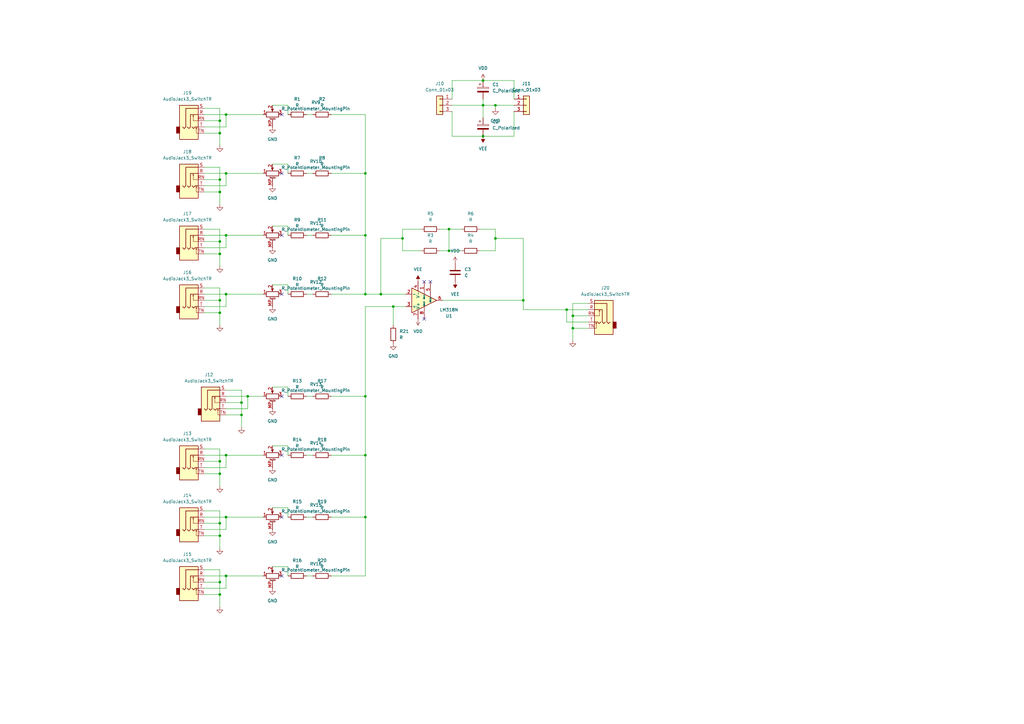
<source format=kicad_sch>
(kicad_sch (version 20250114) (generator "eeschema") (generator_version "9.0")
  (paper "A3")
  (lib_symbols
    (symbol "Amplifier_Operational:LM318N" (pin_names (offset 0.127))
      (property "Reference" "U" (at 3.81 3.81 0))
      (property "Value" "LM318N" (at 3.81 -3.81 0))
      (symbol "LM318N_0_1"
        (polyline (pts (xy 5.08 0) (xy -5.08 5.08) (xy -5.08 -5.08) (xy 5.08 0)) (stroke (width 0.254)) (fill (type background)))
      )
      (symbol "LM318N_1_1"
        (pin input line (at -7.62 2.54 0) (length 2.54) (name "+") (number "3"))
        (pin input line (at -7.62 -2.54 0) (length 2.54) (name "-") (number "2"))
        (pin power_in line (at -2.54 7.62 270) (length 3.81) (name "V+") (number "7"))
        (pin power_in line (at -2.54 -7.62 90) (length 3.81) (name "V-") (number "4"))
        (pin passive line (at 0 7.62 270) (length 5.08) (name "BAL2") (number "8"))
        (pin passive line (at 0 -7.62 90) (length 5.08) (name "BAL1") (number "1"))
        (pin passive line (at 2.54 -7.62 90) (length 6.35) (name "BAL3") (number "5"))
        (pin output line (at 7.62 0 180) (length 2.54) (name "~") (number "6"))
      )
    )
    (symbol "Connector_Audio:AudioJack3_SwitchTR"
      (property "Reference" "J" (at 0 8.89 0))
      (property "Value" "AudioJack3_SwitchTR" (at 0 6.35 0))
      (symbol "AudioJack3_SwitchTR_0_1"
        (rectangle (start -5.08 -5.08) (end -6.35 -7.62) (stroke (width 0.254)) (fill (type outline)))
        (polyline (pts (xy -1.905 -5.08) (xy -1.27 -5.715) (xy -0.635 -5.08) (xy -0.635 0) (xy 2.54 0)) (stroke (width 0.254)))
        (polyline (pts (xy 0 -5.08) (xy 0.635 -5.715) (xy 1.27 -5.08) (xy 2.54 -5.08)) (stroke (width 0.254)))
        (polyline (pts (xy 0.508 -0.254) (xy 0.762 -0.762)))
        (polyline (pts (xy 1.778 -5.334) (xy 2.032 -5.842)))
        (rectangle (start 2.54 3.81) (end -5.08 -10.16) (stroke (width 0.254)) (fill (type background)))
        (polyline (pts (xy 2.54 2.54) (xy -2.54 2.54) (xy -2.54 -5.08) (xy -3.175 -5.715) (xy -3.81 -5.08)) (stroke (width 0.254)))
        (polyline (pts (xy 2.54 -2.54) (xy 0.508 -2.54) (xy 0.508 -0.254) (xy 0.254 -0.762)))
        (polyline (pts (xy 2.54 -7.62) (xy 1.778 -7.62) (xy 1.778 -5.334) (xy 1.524 -5.842)))
      )
      (symbol "AudioJack3_SwitchTR_1_1"
        (pin passive line (at 5.08 2.54 180) (length 2.54) (name "~") (number "S"))
        (pin passive line (at 5.08 0 180) (length 2.54) (name "~") (number "R"))
        (pin passive line (at 5.08 -2.54 180) (length 2.54) (name "~") (number "RN"))
        (pin passive line (at 5.08 -5.08 180) (length 2.54) (name "~") (number "T"))
        (pin passive line (at 5.08 -7.62 180) (length 2.54) (name "~") (number "TN"))
      )
    )
    (symbol "Connector_Generic:Conn_01x03" (pin_names (offset 1.016) (hide yes))
      (property "Reference" "J" (at 0 5.08 0))
      (property "Value" "Conn_01x03" (at 0 -5.08 0))
      (symbol "Conn_01x03_1_1"
        (rectangle (start -1.27 3.81) (end 1.27 -3.81) (stroke (width 0.254)) (fill (type background)))
        (rectangle (start -1.27 2.667) (end 0 2.413) (stroke (width 0.1524)))
        (rectangle (start -1.27 0.127) (end 0 -0.127) (stroke (width 0.1524)))
        (rectangle (start -1.27 -2.413) (end 0 -2.667) (stroke (width 0.1524)))
        (pin passive line (at -5.08 2.54 0) (length 3.81) (name "Pin_1") (number "1"))
        (pin passive line (at -5.08 0 0) (length 3.81) (name "Pin_2") (number "2"))
        (pin passive line (at -5.08 -2.54 0) (length 3.81) (name "Pin_3") (number "3"))
      )
    )
    (symbol "Device:C" (pin_numbers (hide yes)) (pin_names (offset 0.254))
      (property "Reference" "C" (at 0.635 2.54 0))
      (property "Value" "C" (at 0.635 -2.54 0))
      (symbol "C_0_1"
        (polyline (pts (xy -2.032 0.762) (xy 2.032 0.762)) (stroke (width 0.508)))
        (polyline (pts (xy -2.032 -0.762) (xy 2.032 -0.762)) (stroke (width 0.508)))
      )
      (symbol "C_1_1"
        (pin passive line (at 0 3.81 270) (length 2.794) (name "~") (number "1"))
        (pin passive line (at 0 -3.81 90) (length 2.794) (name "~") (number "2"))
      )
    )
    (symbol "Device:C_Polarized" (pin_numbers (hide yes)) (pin_names (offset 0.254))
      (property "Reference" "C" (at 0.635 2.54 0))
      (property "Value" "C_Polarized" (at 0.635 -2.54 0))
      (symbol "C_Polarized_0_1"
        (rectangle (start -2.286 0.508) (end 2.286 1.016))
        (polyline (pts (xy -1.778 2.286) (xy -0.762 2.286)))
        (polyline (pts (xy -1.27 2.794) (xy -1.27 1.778)))
        (rectangle (start 2.286 -0.508) (end -2.286 -1.016) (fill (type outline)))
      )
      (symbol "C_Polarized_1_1"
        (pin passive line (at 0 3.81 270) (length 2.794) (name "~") (number "1"))
        (pin passive line (at 0 -3.81 90) (length 2.794) (name "~") (number "2"))
      )
    )
    (symbol "Device:R" (pin_numbers (hide yes)) (pin_names (offset 0))
      (property "Reference" "R" (at 2.032 0 90))
      (property "Value" "R" (at 0 0 90))
      (symbol "R_0_1"
        (rectangle (start -1.016 -2.54) (end 1.016 2.54) (stroke (width 0.254)))
      )
      (symbol "R_1_1"
        (pin passive line (at 0 3.81 270) (length 1.27) (name "~") (number "1"))
        (pin passive line (at 0 -3.81 90) (length 1.27) (name "~") (number "2"))
      )
    )
    (symbol "Device:R_Potentiometer_MountingPin" (pin_names (offset 1.016) (hide yes))
      (property "Reference" "RV" (at -8.255 0 90))
      (property "Value" "R_Potentiometer_MountingPin" (at -6.35 0 90))
      (symbol "R_Potentiometer_MountingPin_0_1"
        (rectangle (start 1.016 2.54) (end -1.016 -2.54) (stroke (width 0.254)))
        (polyline (pts (xy 1.143 0) (xy 2.286 0.508) (xy 2.286 -0.508)) (fill (type outline)))
        (polyline (pts (xy 2.54 0) (xy 1.524 0)))
      )
      (symbol "R_Potentiometer_MountingPin_1_1"
        (polyline (pts (xy -2.032 1.016) (xy -2.032 -1.016)) (stroke (width 0.1524)))
        (text "Mounting" (at -1.651 0 900) (effects (font (size 0.381 0.381))))
        (pin passive line (at -5.08 0 0) (length 3.048) (name "MountPin") (number "MP"))
        (pin passive line (at 0 3.81 270) (length 1.27) (name "1") (number "1"))
        (pin passive line (at 0 -3.81 90) (length 1.27) (name "3") (number "3"))
        (pin passive line (at 3.81 0 180) (length 1.27) (name "2") (number "2"))
      )
    )
    (symbol "power:GND" (power) (pin_numbers (hide yes)) (pin_names (offset 0) (hide yes))
      (property "Value" "GND" (at 0 -3.81 0))
      (symbol "GND_0_1"
        (polyline (pts (xy 0 0) (xy 0 -1.27) (xy 1.27 -1.27) (xy 0 -2.54) (xy -1.27 -1.27) (xy 0 -1.27)))
      )
      (symbol "GND_1_1"
        (pin power_in line (at 0 0 270) (length 0) (name "~") (number "1"))
      )
    )
    (symbol "power:VDD" (power) (pin_numbers (hide yes)) (pin_names (offset 0) (hide yes))
      (property "Value" "VDD" (at 0 3.556 0))
      (symbol "VDD_0_1"
        (polyline (pts (xy -0.762 1.27) (xy 0 2.54)))
        (polyline (pts (xy 0 2.54) (xy 0.762 1.27)))
        (polyline (pts (xy 0 0) (xy 0 2.54)))
      )
      (symbol "VDD_1_1"
        (pin power_in line (at 0 0 90) (length 0) (name "~") (number "1"))
      )
    )
    (symbol "power:VEE" (power) (pin_numbers (hide yes)) (pin_names (offset 0) (hide yes))
      (property "Value" "VEE" (at 0 3.556 0))
      (symbol "VEE_0_1"
        (polyline (pts (xy 0 0) (xy 0 2.54)))
        (polyline (pts (xy 0.762 1.27) (xy -0.762 1.27) (xy 0 2.54) (xy 0.762 1.27)) (fill (type outline)))
      )
      (symbol "VEE_1_1"
        (pin power_in line (at 0 0 90) (length 0) (name "~") (number "1"))
      )
    )
  )
  (junction (at 161.29 125.73))
  (junction (at 149.86 162.56))
  (junction (at 90.17 128.27))
  (junction (at 92.71 212.09))
  (junction (at 92.71 236.22))
  (junction (at 90.17 49.53))
  (junction (at 198.12 55.88))
  (junction (at 156.21 120.65))
  (junction (at 203.2 97.79))
  (junction (at 232.41 127))
  (junction (at 165.1 97.79))
  (junction (at 90.17 189.23))
  (junction (at 234.95 129.54))
  (junction (at 198.12 33.02))
  (junction (at 90.17 99.06))
  (junction (at 101.6 162.56))
  (junction (at 184.15 102.87))
  (junction (at 90.17 238.76))
  (junction (at 90.17 214.63))
  (junction (at 90.17 123.19))
  (junction (at 90.17 243.84))
  (junction (at 198.12 43.18))
  (junction (at 90.17 78.74))
  (junction (at 149.86 186.69))
  (junction (at 99.06 165.1))
  (junction (at 90.17 104.14))
  (junction (at 203.2 43.18))
  (junction (at 149.86 96.52))
  (junction (at 234.95 134.62))
  (junction (at 90.17 54.61))
  (junction (at 149.86 71.12))
  (junction (at 92.71 186.69))
  (junction (at 90.17 219.71))
  (junction (at 90.17 194.31))
  (junction (at 92.71 71.12))
  (junction (at 92.71 96.52))
  (junction (at 184.15 93.98))
  (junction (at 99.06 170.18))
  (junction (at 92.71 46.99))
  (junction (at 92.71 120.65))
  (junction (at 149.86 212.09))
  (junction (at 90.17 73.66))
  (junction (at 214.63 123.19))
  (junction (at 149.86 120.65))
  (no_connect (at 115.57 212.09))
  (no_connect (at 176.53 115.57))
  (no_connect (at 115.57 96.52))
  (no_connect (at 115.57 236.22))
  (no_connect (at 115.57 120.65))
  (no_connect (at 115.57 46.99))
  (no_connect (at 115.57 186.69))
  (no_connect (at 115.57 162.56))
  (no_connect (at 173.99 115.57))
  (no_connect (at 115.57 71.12))
  (no_connect (at 173.99 130.81))
  (wire (pts (xy 92.71 96.52) (xy 107.95 96.52)))
  (wire (pts (xy 165.1 97.79) (xy 165.1 102.87)))
  (wire (pts (xy 161.29 125.73) (xy 161.29 133.35)))
  (wire (pts (xy 184.15 102.87) (xy 189.23 102.87)))
  (wire (pts (xy 161.29 125.73) (xy 149.86 125.73)))
  (wire (pts (xy 210.82 40.64) (xy 210.82 33.02)))
  (wire (pts (xy 125.73 46.99) (xy 128.27 46.99)))
  (wire (pts (xy 203.2 43.18) (xy 203.2 44.45)))
  (wire (pts (xy 83.82 219.71) (xy 90.17 219.71)))
  (wire (pts (xy 83.82 78.74) (xy 90.17 78.74)))
  (wire (pts (xy 214.63 123.19) (xy 214.63 97.79)))
  (wire (pts (xy 196.85 102.87) (xy 203.2 102.87)))
  (wire (pts (xy 92.71 52.07) (xy 92.71 46.99)))
  (wire (pts (xy 83.82 233.68) (xy 90.17 233.68)))
  (wire (pts (xy 90.17 54.61) (xy 90.17 59.69)))
  (wire (pts (xy 92.71 125.73) (xy 92.71 120.65)))
  (wire (pts (xy 111.76 67.31) (xy 118.11 67.31)))
  (wire (pts (xy 101.6 162.56) (xy 107.95 162.56)))
  (wire (pts (xy 135.89 120.65) (xy 149.86 120.65)))
  (wire (pts (xy 83.82 104.14) (xy 90.17 104.14)))
  (wire (pts (xy 83.82 128.27) (xy 90.17 128.27)))
  (wire (pts (xy 125.73 162.56) (xy 128.27 162.56)))
  (wire (pts (xy 92.71 212.09) (xy 107.95 212.09)))
  (wire (pts (xy 99.06 160.02) (xy 99.06 165.1)))
  (wire (pts (xy 83.82 49.53) (xy 90.17 49.53)))
  (wire (pts (xy 149.86 71.12) (xy 149.86 46.99)))
  (wire (pts (xy 180.34 93.98) (xy 184.15 93.98)))
  (wire (pts (xy 92.71 236.22) (xy 107.95 236.22)))
  (wire (pts (xy 149.86 96.52) (xy 149.86 71.12)))
  (wire (pts (xy 149.86 120.65) (xy 156.21 120.65)))
  (wire (pts (xy 203.2 97.79) (xy 203.2 93.98)))
  (wire (pts (xy 118.11 182.88) (xy 118.11 186.69)))
  (wire (pts (xy 198.12 55.88) (xy 210.82 55.88)))
  (wire (pts (xy 241.3 132.08) (xy 232.41 132.08)))
  (wire (pts (xy 198.12 43.18) (xy 198.12 48.26)))
  (wire (pts (xy 83.82 52.07) (xy 92.71 52.07)))
  (wire (pts (xy 185.42 43.18) (xy 198.12 43.18)))
  (wire (pts (xy 83.82 44.45) (xy 90.17 44.45)))
  (wire (pts (xy 172.72 93.98) (xy 165.1 93.98)))
  (wire (pts (xy 135.89 71.12) (xy 149.86 71.12)))
  (wire (pts (xy 99.06 165.1) (xy 99.06 170.18)))
  (wire (pts (xy 90.17 118.11) (xy 90.17 123.19)))
  (wire (pts (xy 83.82 236.22) (xy 92.71 236.22)))
  (wire (pts (xy 83.82 194.31) (xy 90.17 194.31)))
  (wire (pts (xy 83.82 217.17) (xy 92.71 217.17)))
  (wire (pts (xy 181.61 123.19) (xy 214.63 123.19)))
  (wire (pts (xy 90.17 49.53) (xy 90.17 54.61)))
  (wire (pts (xy 203.2 102.87) (xy 203.2 97.79)))
  (wire (pts (xy 125.73 120.65) (xy 128.27 120.65)))
  (wire (pts (xy 92.71 162.56) (xy 101.6 162.56)))
  (wire (pts (xy 92.71 241.3) (xy 92.71 236.22)))
  (wire (pts (xy 90.17 184.15) (xy 90.17 189.23)))
  (wire (pts (xy 83.82 96.52) (xy 92.71 96.52)))
  (wire (pts (xy 210.82 33.02) (xy 198.12 33.02)))
  (wire (pts (xy 90.17 214.63) (xy 90.17 219.71)))
  (wire (pts (xy 184.15 93.98) (xy 189.23 93.98)))
  (wire (pts (xy 156.21 97.79) (xy 165.1 97.79)))
  (wire (pts (xy 198.12 43.18) (xy 203.2 43.18)))
  (wire (pts (xy 165.1 102.87) (xy 172.72 102.87)))
  (wire (pts (xy 83.82 93.98) (xy 90.17 93.98)))
  (wire (pts (xy 149.86 125.73) (xy 149.86 162.56)))
  (wire (pts (xy 125.73 236.22) (xy 128.27 236.22)))
  (wire (pts (xy 135.89 96.52) (xy 149.86 96.52)))
  (wire (pts (xy 92.71 165.1) (xy 99.06 165.1)))
  (wire (pts (xy 149.86 236.22) (xy 135.89 236.22)))
  (wire (pts (xy 83.82 123.19) (xy 90.17 123.19)))
  (wire (pts (xy 92.71 71.12) (xy 107.95 71.12)))
  (wire (pts (xy 90.17 238.76) (xy 90.17 243.84)))
  (wire (pts (xy 92.71 167.64) (xy 101.6 167.64)))
  (wire (pts (xy 111.76 208.28) (xy 118.11 208.28)))
  (wire (pts (xy 125.73 186.69) (xy 128.27 186.69)))
  (wire (pts (xy 241.3 129.54) (xy 234.95 129.54)))
  (wire (pts (xy 185.42 55.88) (xy 198.12 55.88)))
  (wire (pts (xy 83.82 73.66) (xy 90.17 73.66)))
  (wire (pts (xy 90.17 44.45) (xy 90.17 49.53)))
  (wire (pts (xy 234.95 124.46) (xy 234.95 129.54)))
  (wire (pts (xy 90.17 233.68) (xy 90.17 238.76)))
  (wire (pts (xy 90.17 68.58) (xy 90.17 73.66)))
  (wire (pts (xy 118.11 43.18) (xy 118.11 46.99)))
  (wire (pts (xy 92.71 217.17) (xy 92.71 212.09)))
  (wire (pts (xy 83.82 46.99) (xy 92.71 46.99)))
  (wire (pts (xy 118.11 92.71) (xy 118.11 96.52)))
  (wire (pts (xy 234.95 129.54) (xy 234.95 134.62)))
  (wire (pts (xy 83.82 125.73) (xy 92.71 125.73)))
  (wire (pts (xy 90.17 78.74) (xy 90.17 83.82)))
  (wire (pts (xy 203.2 43.18) (xy 210.82 43.18)))
  (wire (pts (xy 90.17 128.27) (xy 90.17 133.35)))
  (wire (pts (xy 135.89 186.69) (xy 149.86 186.69)))
  (wire (pts (xy 83.82 238.76) (xy 90.17 238.76)))
  (wire (pts (xy 83.82 54.61) (xy 90.17 54.61)))
  (wire (pts (xy 111.76 232.41) (xy 118.11 232.41)))
  (wire (pts (xy 92.71 186.69) (xy 107.95 186.69)))
  (wire (pts (xy 111.76 116.84) (xy 118.11 116.84)))
  (wire (pts (xy 83.82 189.23) (xy 90.17 189.23)))
  (wire (pts (xy 232.41 127) (xy 214.63 127)))
  (wire (pts (xy 83.82 118.11) (xy 90.17 118.11)))
  (wire (pts (xy 111.76 92.71) (xy 118.11 92.71)))
  (wire (pts (xy 149.86 120.65) (xy 149.86 96.52)))
  (wire (pts (xy 92.71 46.99) (xy 107.95 46.99)))
  (wire (pts (xy 90.17 194.31) (xy 90.17 199.39)))
  (wire (pts (xy 90.17 219.71) (xy 90.17 224.79)))
  (wire (pts (xy 156.21 120.65) (xy 156.21 97.79)))
  (wire (pts (xy 241.3 124.46) (xy 234.95 124.46)))
  (wire (pts (xy 118.11 232.41) (xy 118.11 236.22)))
  (wire (pts (xy 83.82 214.63) (xy 90.17 214.63)))
  (wire (pts (xy 101.6 167.64) (xy 101.6 162.56)))
  (wire (pts (xy 135.89 212.09) (xy 149.86 212.09)))
  (wire (pts (xy 125.73 212.09) (xy 128.27 212.09)))
  (wire (pts (xy 83.82 76.2) (xy 92.71 76.2)))
  (wire (pts (xy 203.2 93.98) (xy 196.85 93.98)))
  (wire (pts (xy 185.42 45.72) (xy 185.42 55.88)))
  (wire (pts (xy 149.86 212.09) (xy 149.86 236.22)))
  (wire (pts (xy 92.71 120.65) (xy 107.95 120.65)))
  (wire (pts (xy 185.42 40.64) (xy 185.42 33.02)))
  (wire (pts (xy 210.82 55.88) (xy 210.82 45.72)))
  (wire (pts (xy 184.15 93.98) (xy 184.15 102.87)))
  (wire (pts (xy 111.76 158.75) (xy 118.11 158.75)))
  (wire (pts (xy 83.82 68.58) (xy 90.17 68.58)))
  (wire (pts (xy 149.86 186.69) (xy 149.86 212.09)))
  (wire (pts (xy 241.3 127) (xy 232.41 127)))
  (wire (pts (xy 118.11 67.31) (xy 118.11 71.12)))
  (wire (pts (xy 232.41 132.08) (xy 232.41 127)))
  (wire (pts (xy 234.95 134.62) (xy 234.95 139.7)))
  (wire (pts (xy 90.17 123.19) (xy 90.17 128.27)))
  (wire (pts (xy 83.82 243.84) (xy 90.17 243.84)))
  (wire (pts (xy 83.82 101.6) (xy 92.71 101.6)))
  (wire (pts (xy 118.11 158.75) (xy 118.11 162.56)))
  (wire (pts (xy 83.82 209.55) (xy 90.17 209.55)))
  (wire (pts (xy 198.12 43.18) (xy 198.12 40.64)))
  (wire (pts (xy 90.17 73.66) (xy 90.17 78.74)))
  (wire (pts (xy 135.89 162.56) (xy 149.86 162.56)))
  (wire (pts (xy 125.73 96.52) (xy 128.27 96.52)))
  (wire (pts (xy 83.82 120.65) (xy 92.71 120.65)))
  (wire (pts (xy 83.82 186.69) (xy 92.71 186.69)))
  (wire (pts (xy 83.82 212.09) (xy 92.71 212.09)))
  (wire (pts (xy 90.17 243.84) (xy 90.17 248.92)))
  (wire (pts (xy 111.76 182.88) (xy 118.11 182.88)))
  (wire (pts (xy 111.76 43.18) (xy 118.11 43.18)))
  (wire (pts (xy 83.82 241.3) (xy 92.71 241.3)))
  (wire (pts (xy 92.71 160.02) (xy 99.06 160.02)))
  (wire (pts (xy 166.37 125.73) (xy 161.29 125.73)))
  (wire (pts (xy 92.71 191.77) (xy 92.71 186.69)))
  (wire (pts (xy 166.37 120.65) (xy 156.21 120.65)))
  (wire (pts (xy 180.34 102.87) (xy 184.15 102.87)))
  (wire (pts (xy 92.71 170.18) (xy 99.06 170.18)))
  (wire (pts (xy 214.63 127) (xy 214.63 123.19)))
  (wire (pts (xy 185.42 33.02) (xy 198.12 33.02)))
  (wire (pts (xy 83.82 184.15) (xy 90.17 184.15)))
  (wire (pts (xy 90.17 99.06) (xy 90.17 104.14)))
  (wire (pts (xy 83.82 191.77) (xy 92.71 191.77)))
  (wire (pts (xy 149.86 46.99) (xy 135.89 46.99)))
  (wire (pts (xy 241.3 134.62) (xy 234.95 134.62)))
  (wire (pts (xy 90.17 93.98) (xy 90.17 99.06)))
  (wire (pts (xy 92.71 101.6) (xy 92.71 96.52)))
  (wire (pts (xy 83.82 71.12) (xy 92.71 71.12)))
  (wire (pts (xy 214.63 97.79) (xy 203.2 97.79)))
  (wire (pts (xy 92.71 76.2) (xy 92.71 71.12)))
  (wire (pts (xy 165.1 93.98) (xy 165.1 97.79)))
  (wire (pts (xy 149.86 162.56) (xy 149.86 186.69)))
  (wire (pts (xy 125.73 71.12) (xy 128.27 71.12)))
  (wire (pts (xy 90.17 104.14) (xy 90.17 109.22)))
  (wire (pts (xy 118.11 208.28) (xy 118.11 212.09)))
  (wire (pts (xy 83.82 99.06) (xy 90.17 99.06)))
  (wire (pts (xy 118.11 116.84) (xy 118.11 120.65)))
  (wire (pts (xy 99.06 170.18) (xy 99.06 175.26)))
  (wire (pts (xy 90.17 189.23) (xy 90.17 194.31)))
  (wire (pts (xy 90.17 209.55) (xy 90.17 214.63)))
  (symbol (lib_id "Device:R") (at 132.08 186.69 90) (unit 1)
    (property "Reference" "R18" (at 132.08 180.34 90))
    (property "Value" "R" (at 132.08 182.88 90))
    (property "Footprint" "universal-RLC:Universal-RLC" (effects (hide yes)))
    (property "Description" "Resistor" (effects (hide yes)))
  )
  (symbol (lib_id "power:GND") (at 90.17 109.22 0) (unit 1)
    (property "Reference" "#PWR027" (effects (hide yes)))
    (property "Value" "GND" (effects (hide yes)))
    (property "Description" "Power symbol creates a global label with name \"GND\" , ground" (effects (hide yes)))
  )
  (symbol (lib_id "power:GND") (at 90.17 199.39 0) (unit 1)
    (property "Reference" "#PWR08" (effects (hide yes)))
    (property "Value" "GND" (effects (hide yes)))
    (property "Description" "Power symbol creates a global label with name \"GND\" , ground" (effects (hide yes)))
  )
  (symbol (lib_id "power:GND") (at 111.76 76.2 0) (unit 1)
    (property "Reference" "#PWR019" (effects (hide yes)))
    (property "Value" "GND" (at 111.76 81.28 0))
    (property "Description" "Power symbol creates a global label with name \"GND\" , ground" (effects (hide yes)))
  )
  (symbol (lib_id "Device:R") (at 193.04 102.87 90) (unit 1)
    (property "Reference" "R4" (at 193.04 96.52 90))
    (property "Value" "R" (at 193.04 99.06 90))
    (property "Footprint" "universal-RLC:Universal-RLC" (effects (hide yes)))
    (property "Description" "Resistor" (effects (hide yes)))
  )
  (symbol (lib_id "power:GND") (at 111.76 101.6 0) (unit 1)
    (property "Reference" "#PWR020" (effects (hide yes)))
    (property "Value" "GND" (at 111.76 106.68 0))
    (property "Description" "Power symbol creates a global label with name \"GND\" , ground" (effects (hide yes)))
  )
  (symbol (lib_id "Device:R") (at 176.53 102.87 90) (unit 1)
    (property "Reference" "R3" (at 176.53 96.52 90))
    (property "Value" "R" (at 176.53 99.06 90))
    (property "Footprint" "universal-RLC:Universal-RLC" (effects (hide yes)))
    (property "Description" "Resistor" (effects (hide yes)))
  )
  (symbol (lib_id "Device:R_Potentiometer_MountingPin") (at 111.76 162.56 90) (unit 1)
    (property "Reference" "RV13" (at 129.54 157.6068 90))
    (property "Value" "R_Potentiometer_MountingPin" (at 129.54 160.1468 90))
    (property "Footprint" "Potentiometer_THT:Potentiometer_Bourns_PTV09A-1_Single_Vertical" (effects (hide yes)))
    (property "Description" "Potentiometer with a mounting pin" (effects (hide yes)))
  )
  (symbol (lib_id "power:GND") (at 90.17 224.79 0) (unit 1)
    (property "Reference" "#PWR09" (effects (hide yes)))
    (property "Value" "GND" (effects (hide yes)))
    (property "Description" "Power symbol creates a global label with name \"GND\" , ground" (effects (hide yes)))
  )
  (symbol (lib_id "Device:R") (at 121.92 120.65 90) (unit 1)
    (property "Reference" "R10" (at 121.92 114.3 90))
    (property "Value" "R" (at 121.92 116.84 90))
    (property "Footprint" "universal-RLC:Universal-RLC" (effects (hide yes)))
    (property "Description" "Resistor" (effects (hide yes)))
  )
  (symbol (lib_id "Connector_Audio:AudioJack3_SwitchTR") (at 78.74 120.65 0) (unit 1)
    (property "Reference" "J16" (at 76.835 111.76 0))
    (property "Value" "AudioJack3_SwitchTR" (at 76.835 114.3 0))
    (property "Footprint" "Connector_Audio:Jack_3.5mm_CUI_SJ1-3525N_Horizontal" (effects (hide yes)))
    (property "Description" "Audio Jack, 3 Poles (Stereo / TRS), Switched TR Poles (Normalling)" (effects (hide yes)))
  )
  (symbol (lib_id "Connector_Generic:Conn_01x03") (at 180.34 43.18 0) (mirror y) (unit 1)
    (property "Reference" "J10" (at 180.34 34.29 0))
    (property "Value" "Conn_01x03" (at 180.34 36.83 0))
    (property "Footprint" "Connector_JST:JST_PH_B3B-PH-K_1x03_P2.00mm_Vertical" (effects (hide yes)))
    (property "Description" "Generic connector, single row, 01x03, script generated (kicad-library-utils/schlib/autogen/connector/)" (effects (hide yes)))
  )
  (symbol (lib_id "power:GND") (at 111.76 52.07 0) (unit 1)
    (property "Reference" "#PWR018" (effects (hide yes)))
    (property "Value" "GND" (at 111.76 57.15 0))
    (property "Description" "Power symbol creates a global label with name \"GND\" , ground" (effects (hide yes)))
  )
  (symbol (lib_id "power:GND") (at 111.76 125.73 0) (unit 1)
    (property "Reference" "#PWR021" (effects (hide yes)))
    (property "Value" "GND" (at 111.76 130.81 0))
    (property "Description" "Power symbol creates a global label with name \"GND\" , ground" (effects (hide yes)))
  )
  (symbol (lib_id "power:VEE") (at 171.45 115.57 0) (unit 1)
    (property "Reference" "#PWR03" (effects (hide yes)))
    (property "Value" "VEE" (at 171.45 110.49 0))
    (property "Description" "Power symbol creates a global label with name \"VEE\"" (effects (hide yes)))
  )
  (symbol (lib_id "Device:R") (at 121.92 46.99 90) (unit 1)
    (property "Reference" "R1" (at 121.92 40.64 90))
    (property "Value" "R" (at 121.92 43.18 90))
    (property "Footprint" "universal-RLC:Universal-RLC" (effects (hide yes)))
    (property "Description" "Resistor" (effects (hide yes)))
  )
  (symbol (lib_id "Connector_Audio:AudioJack3_SwitchTR") (at 246.38 127 0) (mirror y) (unit 1)
    (property "Reference" "J20" (at 248.285 118.11 0))
    (property "Value" "AudioJack3_SwitchTR" (at 248.285 120.65 0))
    (property "Footprint" "Connector_Audio:Jack_3.5mm_CUI_SJ1-3525N_Horizontal" (effects (hide yes)))
    (property "Description" "Audio Jack, 3 Poles (Stereo / TRS), Switched TR Poles (Normalling)" (effects (hide yes)))
  )
  (symbol (lib_id "Device:R") (at 132.08 120.65 90) (unit 1)
    (property "Reference" "R12" (at 132.08 114.3 90))
    (property "Value" "R" (at 132.08 116.84 90))
    (property "Footprint" "universal-RLC:Universal-RLC" (effects (hide yes)))
    (property "Description" "Resistor" (effects (hide yes)))
  )
  (symbol (lib_id "Device:R") (at 121.92 186.69 90) (unit 1)
    (property "Reference" "R14" (at 121.92 180.34 90))
    (property "Value" "R" (at 121.92 182.88 90))
    (property "Footprint" "universal-RLC:Universal-RLC" (effects (hide yes)))
    (property "Description" "Resistor" (effects (hide yes)))
  )
  (symbol (lib_id "Device:R") (at 121.92 71.12 90) (unit 1)
    (property "Reference" "R7" (at 121.92 64.77 90))
    (property "Value" "R" (at 121.92 67.31 90))
    (property "Footprint" "universal-RLC:Universal-RLC" (effects (hide yes)))
    (property "Description" "Resistor" (effects (hide yes)))
  )
  (symbol (lib_id "power:GND") (at 90.17 83.82 0) (unit 1)
    (property "Reference" "#PWR028" (effects (hide yes)))
    (property "Value" "GND" (effects (hide yes)))
    (property "Description" "Power symbol creates a global label with name \"GND\" , ground" (effects (hide yes)))
  )
  (symbol (lib_id "Device:R") (at 132.08 96.52 90) (unit 1)
    (property "Reference" "R11" (at 132.08 90.17 90))
    (property "Value" "R" (at 132.08 92.71 90))
    (property "Footprint" "universal-RLC:Universal-RLC" (effects (hide yes)))
    (property "Description" "Resistor" (effects (hide yes)))
  )
  (symbol (lib_id "power:GND") (at 203.2 44.45 0) (unit 1)
    (property "Reference" "#PWR017" (effects (hide yes)))
    (property "Value" "GND" (at 203.2 49.53 0))
    (property "Description" "Power symbol creates a global label with name \"GND\" , ground" (effects (hide yes)))
  )
  (symbol (lib_id "Device:R") (at 193.04 93.98 90) (unit 1)
    (property "Reference" "R6" (at 193.04 87.63 90))
    (property "Value" "R" (at 193.04 90.17 90))
    (property "Footprint" "universal-RLC:Universal-RLC" (effects (hide yes)))
    (property "Description" "Resistor" (effects (hide yes)))
  )
  (symbol (lib_id "Device:R") (at 121.92 162.56 90) (unit 1)
    (property "Reference" "R13" (at 121.92 156.21 90))
    (property "Value" "R" (at 121.92 158.75 90))
    (property "Footprint" "universal-RLC:Universal-RLC" (effects (hide yes)))
    (property "Description" "Resistor" (effects (hide yes)))
  )
  (symbol (lib_id "power:GND") (at 111.76 241.3 0) (unit 1)
    (property "Reference" "#PWR025" (effects (hide yes)))
    (property "Value" "GND" (at 111.76 246.38 0))
    (property "Description" "Power symbol creates a global label with name \"GND\" , ground" (effects (hide yes)))
  )
  (symbol (lib_id "Device:R_Potentiometer_MountingPin") (at 111.76 96.52 90) (unit 1)
    (property "Reference" "RV11" (at 129.54 91.5668 90))
    (property "Value" "R_Potentiometer_MountingPin" (at 129.54 94.1068 90))
    (property "Footprint" "Potentiometer_THT:Potentiometer_Bourns_PTV09A-1_Single_Vertical" (effects (hide yes)))
    (property "Description" "Potentiometer with a mounting pin" (effects (hide yes)))
  )
  (symbol (lib_id "Device:R_Potentiometer_MountingPin") (at 111.76 212.09 90) (unit 1)
    (property "Reference" "RV15" (at 129.54 207.1368 90))
    (property "Value" "R_Potentiometer_MountingPin" (at 129.54 209.6768 90))
    (property "Footprint" "Potentiometer_THT:Potentiometer_Bourns_PTV09A-1_Single_Vertical" (effects (hide yes)))
    (property "Description" "Potentiometer with a mounting pin" (effects (hide yes)))
  )
  (symbol (lib_id "Device:R") (at 132.08 212.09 90) (unit 1)
    (property "Reference" "R19" (at 132.08 205.74 90))
    (property "Value" "R" (at 132.08 208.28 90))
    (property "Footprint" "universal-RLC:Universal-RLC" (effects (hide yes)))
    (property "Description" "Resistor" (effects (hide yes)))
  )
  (symbol (lib_id "Device:R_Potentiometer_MountingPin") (at 111.76 186.69 90) (unit 1)
    (property "Reference" "RV14" (at 129.54 181.7368 90))
    (property "Value" "R_Potentiometer_MountingPin" (at 129.54 184.2768 90))
    (property "Footprint" "Potentiometer_THT:Potentiometer_Bourns_PTV09A-1_Single_Vertical" (effects (hide yes)))
    (property "Description" "Potentiometer with a mounting pin" (effects (hide yes)))
  )
  (symbol (lib_id "Amplifier_Operational:LM318N") (at 173.99 123.19 0) (mirror x) (unit 1)
    (property "Reference" "U1" (at 184.15 129.6102 0))
    (property "Value" "LM318N" (at 184.15 127.0702 0))
    (property "Footprint" "Package_DIP:DIP-8_W7.62mm_Socket_LongPads" (effects (hide yes)))
    (property "Datasheet" "http://www.ti.com/lit/ds/symlink/lm318-n.pdf" (effects (hide yes)))
    (property "Description" "Operational Amplifier, DIP-8" (effects (hide yes)))
  )
  (symbol (lib_id "Device:R") (at 132.08 71.12 90) (unit 1)
    (property "Reference" "R8" (at 132.08 64.77 90))
    (property "Value" "R" (at 132.08 67.31 90))
    (property "Footprint" "universal-RLC:Universal-RLC" (effects (hide yes)))
    (property "Description" "Resistor" (effects (hide yes)))
  )
  (symbol (lib_id "Device:R_Potentiometer_MountingPin") (at 111.76 71.12 90) (unit 1)
    (property "Reference" "RV10" (at 129.54 66.1668 90))
    (property "Value" "R_Potentiometer_MountingPin" (at 129.54 68.7068 90))
    (property "Footprint" "Potentiometer_THT:Potentiometer_Bourns_PTV09A-1_Single_Vertical" (effects (hide yes)))
    (property "Description" "Potentiometer with a mounting pin" (effects (hide yes)))
  )
  (symbol (lib_id "Device:R") (at 132.08 236.22 90) (unit 1)
    (property "Reference" "R20" (at 132.08 229.87 90))
    (property "Value" "R" (at 132.08 232.41 90))
    (property "Footprint" "universal-RLC:Universal-RLC" (effects (hide yes)))
    (property "Description" "Resistor" (effects (hide yes)))
  )
  (symbol (lib_id "power:GND") (at 111.76 167.64 0) (unit 1)
    (property "Reference" "#PWR022" (effects (hide yes)))
    (property "Value" "GND" (at 111.76 172.72 0))
    (property "Description" "Power symbol creates a global label with name \"GND\" , ground" (effects (hide yes)))
  )
  (symbol (lib_id "Device:R") (at 132.08 162.56 90) (unit 1)
    (property "Reference" "R17" (at 132.08 156.21 90))
    (property "Value" "R" (at 132.08 158.75 90))
    (property "Footprint" "universal-RLC:Universal-RLC" (effects (hide yes)))
    (property "Description" "Resistor" (effects (hide yes)))
  )
  (symbol (lib_id "Device:R") (at 161.29 137.16 0) (unit 1)
    (property "Reference" "R21" (at 163.83 135.8899 0) (effects (justify left)))
    (property "Value" "R" (at 163.83 138.4299 0) (effects (justify left)))
    (property "Footprint" "universal-RLC:Universal-RLC" (effects (hide yes)))
    (property "Description" "Resistor" (effects (hide yes)))
  )
  (symbol (lib_id "Device:R") (at 176.53 93.98 90) (unit 1)
    (property "Reference" "R5" (at 176.53 87.63 90))
    (property "Value" "R" (at 176.53 90.17 90))
    (property "Footprint" "universal-RLC:Universal-RLC" (effects (hide yes)))
    (property "Description" "Resistor" (effects (hide yes)))
  )
  (symbol (lib_id "Device:R") (at 121.92 96.52 90) (unit 1)
    (property "Reference" "R9" (at 121.92 90.17 90))
    (property "Value" "R" (at 121.92 92.71 90))
    (property "Footprint" "universal-RLC:Universal-RLC" (effects (hide yes)))
    (property "Description" "Resistor" (effects (hide yes)))
  )
  (symbol (lib_id "Connector_Generic:Conn_01x03") (at 215.9 43.18 0) (unit 1)
    (property "Reference" "J11" (at 215.9 34.29 0))
    (property "Value" "Conn_01x03" (at 215.9 36.83 0))
    (property "Footprint" "Connector_JST:JST_PH_B3B-PH-K_1x03_P2.00mm_Vertical" (effects (hide yes)))
    (property "Description" "Generic connector, single row, 01x03, script generated (kicad-library-utils/schlib/autogen/connector/)" (effects (hide yes)))
  )
  (symbol (lib_id "power:VEE") (at 186.69 115.57 0) (mirror x) (unit 1)
    (property "Reference" "#PWR014" (effects (hide yes)))
    (property "Value" "VEE" (at 186.69 120.65 0))
    (property "Description" "Power symbol creates a global label with name \"VEE\"" (effects (hide yes)))
  )
  (symbol (lib_id "Connector_Audio:AudioJack3_SwitchTR") (at 78.74 212.09 0) (unit 1)
    (property "Reference" "J14" (at 76.835 203.2 0))
    (property "Value" "AudioJack3_SwitchTR" (at 76.835 205.74 0))
    (property "Footprint" "Connector_Audio:Jack_3.5mm_CUI_SJ1-3525N_Horizontal" (effects (hide yes)))
    (property "Description" "Audio Jack, 3 Poles (Stereo / TRS), Switched TR Poles (Normalling)" (effects (hide yes)))
  )
  (symbol (lib_id "power:GND") (at 161.29 140.97 0) (unit 1)
    (property "Reference" "#PWR012" (effects (hide yes)))
    (property "Value" "GND" (at 161.29 146.05 0))
    (property "Description" "Power symbol creates a global label with name \"GND\" , ground" (effects (hide yes)))
  )
  (symbol (lib_id "Connector_Audio:AudioJack3_SwitchTR") (at 78.74 186.69 0) (unit 1)
    (property "Reference" "J13" (at 76.835 177.8 0))
    (property "Value" "AudioJack3_SwitchTR" (at 76.835 180.34 0))
    (property "Footprint" "Connector_Audio:Jack_3.5mm_CUI_SJ1-3525N_Horizontal" (effects (hide yes)))
    (property "Description" "Audio Jack, 3 Poles (Stereo / TRS), Switched TR Poles (Normalling)" (effects (hide yes)))
  )
  (symbol (lib_id "Device:R") (at 121.92 236.22 90) (unit 1)
    (property "Reference" "R16" (at 121.92 229.87 90))
    (property "Value" "R" (at 121.92 232.41 90))
    (property "Footprint" "universal-RLC:Universal-RLC" (effects (hide yes)))
    (property "Description" "Resistor" (effects (hide yes)))
  )
  (symbol (lib_id "Connector_Audio:AudioJack3_SwitchTR") (at 78.74 236.22 0) (unit 1)
    (property "Reference" "J15" (at 76.835 227.33 0))
    (property "Value" "AudioJack3_SwitchTR" (at 76.835 229.87 0))
    (property "Footprint" "Connector_Audio:Jack_3.5mm_CUI_SJ1-3525N_Horizontal" (effects (hide yes)))
    (property "Description" "Audio Jack, 3 Poles (Stereo / TRS), Switched TR Poles (Normalling)" (effects (hide yes)))
  )
  (symbol (lib_id "power:GND") (at 111.76 191.77 0) (unit 1)
    (property "Reference" "#PWR023" (effects (hide yes)))
    (property "Value" "GND" (at 111.76 196.85 0))
    (property "Description" "Power symbol creates a global label with name \"GND\" , ground" (effects (hide yes)))
  )
  (symbol (lib_id "power:VDD") (at 171.45 130.81 180) (unit 1)
    (property "Reference" "#PWR02" (effects (hide yes)))
    (property "Value" "VDD" (at 171.45 135.89 0))
    (property "Description" "Power symbol creates a global label with name \"VDD\"" (effects (hide yes)))
  )
  (symbol (lib_id "power:GND") (at 99.06 175.26 0) (unit 1)
    (property "Reference" "#PWR07" (effects (hide yes)))
    (property "Value" "GND" (effects (hide yes)))
    (property "Description" "Power symbol creates a global label with name \"GND\" , ground" (effects (hide yes)))
  )
  (symbol (lib_id "power:VDD") (at 198.12 33.02 0) (unit 1)
    (property "Reference" "#PWR015" (effects (hide yes)))
    (property "Value" "VDD" (at 198.12 27.94 0))
    (property "Description" "Power symbol creates a global label with name \"VDD\"" (effects (hide yes)))
  )
  (symbol (lib_id "Connector_Audio:AudioJack3_SwitchTR") (at 78.74 96.52 0) (unit 1)
    (property "Reference" "J17" (at 76.835 87.63 0))
    (property "Value" "AudioJack3_SwitchTR" (at 76.835 90.17 0))
    (property "Footprint" "Connector_Audio:Jack_3.5mm_CUI_SJ1-3525N_Horizontal" (effects (hide yes)))
    (property "Description" "Audio Jack, 3 Poles (Stereo / TRS), Switched TR Poles (Normalling)" (effects (hide yes)))
  )
  (symbol (lib_id "Connector_Audio:AudioJack3_SwitchTR") (at 78.74 46.99 0) (unit 1)
    (property "Reference" "J19" (at 76.835 38.1 0))
    (property "Value" "AudioJack3_SwitchTR" (at 76.835 40.64 0))
    (property "Footprint" "Connector_Audio:Jack_3.5mm_CUI_SJ1-3525N_Horizontal" (effects (hide yes)))
    (property "Description" "Audio Jack, 3 Poles (Stereo / TRS), Switched TR Poles (Normalling)" (effects (hide yes)))
  )
  (symbol (lib_id "power:GND") (at 111.76 217.17 0) (unit 1)
    (property "Reference" "#PWR024" (effects (hide yes)))
    (property "Value" "GND" (at 111.76 222.25 0))
    (property "Description" "Power symbol creates a global label with name \"GND\" , ground" (effects (hide yes)))
  )
  (symbol (lib_id "Connector_Audio:AudioJack3_SwitchTR") (at 78.74 71.12 0) (unit 1)
    (property "Reference" "J18" (at 76.835 62.23 0))
    (property "Value" "AudioJack3_SwitchTR" (at 76.835 64.77 0))
    (property "Footprint" "Connector_Audio:Jack_3.5mm_CUI_SJ1-3525N_Horizontal" (effects (hide yes)))
    (property "Description" "Audio Jack, 3 Poles (Stereo / TRS), Switched TR Poles (Normalling)" (effects (hide yes)))
  )
  (symbol (lib_id "power:VEE") (at 198.12 55.88 0) (mirror x) (unit 1)
    (property "Reference" "#PWR016" (effects (hide yes)))
    (property "Value" "VEE" (at 198.12 60.96 0))
    (property "Description" "Power symbol creates a global label with name \"VEE\"" (effects (hide yes)))
  )
  (symbol (lib_id "Device:C_Polarized") (at 198.12 36.83 0) (unit 1)
    (property "Reference" "C1" (at 201.93 34.6709 0) (effects (justify left)))
    (property "Value" "C_Polarized" (at 201.93 37.2109 0) (effects (justify left)))
    (property "Footprint" "Capacitor_THT:CP_Radial_D10.0mm_P5.00mm" (effects (hide yes)))
    (property "Description" "Polarized capacitor" (effects (hide yes)))
  )
  (symbol (lib_id "Device:R_Potentiometer_MountingPin") (at 111.76 236.22 90) (unit 1)
    (property "Reference" "RV16" (at 129.54 231.2668 90))
    (property "Value" "R_Potentiometer_MountingPin" (at 129.54 233.8068 90))
    (property "Footprint" "Potentiometer_THT:Potentiometer_Bourns_PTV09A-1_Single_Vertical" (effects (hide yes)))
    (property "Description" "Potentiometer with a mounting pin" (effects (hide yes)))
  )
  (symbol (lib_id "Device:C_Polarized") (at 198.12 52.07 0) (unit 1)
    (property "Reference" "C2" (at 201.93 49.9109 0) (effects (justify left)))
    (property "Value" "C_Polarized" (at 201.93 52.4509 0) (effects (justify left)))
    (property "Footprint" "Capacitor_THT:CP_Radial_D10.0mm_P5.00mm" (effects (hide yes)))
    (property "Description" "Polarized capacitor" (effects (hide yes)))
  )
  (symbol (lib_id "power:GND") (at 90.17 133.35 0) (unit 1)
    (property "Reference" "#PWR026" (effects (hide yes)))
    (property "Value" "GND" (effects (hide yes)))
    (property "Description" "Power symbol creates a global label with name \"GND\" , ground" (effects (hide yes)))
  )
  (symbol (lib_id "power:GND") (at 90.17 59.69 0) (unit 1)
    (property "Reference" "#PWR029" (effects (hide yes)))
    (property "Value" "GND" (effects (hide yes)))
    (property "Description" "Power symbol creates a global label with name \"GND\" , ground" (effects (hide yes)))
  )
  (symbol (lib_id "Device:R") (at 132.08 46.99 90) (unit 1)
    (property "Reference" "R2" (at 132.08 40.64 90))
    (property "Value" "R" (at 132.08 43.18 90))
    (property "Footprint" "universal-RLC:Universal-RLC" (effects (hide yes)))
    (property "Description" "Resistor" (effects (hide yes)))
  )
  (symbol (lib_id "power:GND") (at 234.95 139.7 0) (mirror y) (unit 1)
    (property "Reference" "#PWR030" (effects (hide yes)))
    (property "Value" "GND" (effects (hide yes)))
    (property "Description" "Power symbol creates a global label with name \"GND\" , ground" (effects (hide yes)))
  )
  (symbol (lib_id "power:VDD") (at 186.69 107.95 0) (unit 1)
    (property "Reference" "#PWR013" (effects (hide yes)))
    (property "Value" "VDD" (at 186.69 102.87 0))
    (property "Description" "Power symbol creates a global label with name \"VDD\"" (effects (hide yes)))
  )
  (symbol (lib_id "Device:R_Potentiometer_MountingPin") (at 111.76 120.65 90) (unit 1)
    (property "Reference" "RV12" (at 129.54 115.6968 90))
    (property "Value" "R_Potentiometer_MountingPin" (at 129.54 118.2368 90))
    (property "Footprint" "Potentiometer_THT:Potentiometer_Bourns_PTV09A-1_Single_Vertical" (effects (hide yes)))
    (property "Description" "Potentiometer with a mounting pin" (effects (hide yes)))
  )
  (symbol (lib_id "Device:C") (at 186.69 111.76 0) (unit 1)
    (property "Reference" "C3" (at 190.5 110.4899 0) (effects (justify left)))
    (property "Value" "C" (at 190.5 113.0299 0) (effects (justify left)))
    (property "Footprint" "Capacitor_THT:C_Disc_D5.0mm_W2.5mm_P5.00mm" (effects (hide yes)))
    (property "Description" "Unpolarized capacitor" (effects (hide yes)))
  )
  (symbol (lib_id "Connector_Audio:AudioJack3_SwitchTR") (at 87.63 162.56 0) (unit 1)
    (property "Reference" "J12" (at 85.725 153.67 0))
    (property "Value" "AudioJack3_SwitchTR" (at 85.725 156.21 0))
    (property "Footprint" "Connector_Audio:Jack_3.5mm_CUI_SJ1-3525N_Horizontal" (effects (hide yes)))
    (property "Description" "Audio Jack, 3 Poles (Stereo / TRS), Switched TR Poles (Normalling)" (effects (hide yes)))
  )
  (symbol (lib_id "power:GND") (at 90.17 248.92 0) (unit 1)
    (property "Reference" "#PWR010" (effects (hide yes)))
    (property "Value" "GND" (effects (hide yes)))
    (property "Description" "Power symbol creates a global label with name \"GND\" , ground" (effects (hide yes)))
  )
  (symbol (lib_id "Device:R_Potentiometer_MountingPin") (at 111.76 46.99 90) (unit 1)
    (property "Reference" "RV9" (at 129.54 42.0368 90))
    (property "Value" "R_Potentiometer_MountingPin" (at 129.54 44.5768 90))
    (property "Footprint" "Potentiometer_THT:Potentiometer_Bourns_PTV09A-1_Single_Vertical" (effects (hide yes)))
    (property "Description" "Potentiometer with a mounting pin" (effects (hide yes)))
  )
  (symbol (lib_id "Device:R") (at 121.92 212.09 90) (unit 1)
    (property "Reference" "R15" (at 121.92 205.74 90))
    (property "Value" "R" (at 121.92 208.28 90))
    (property "Footprint" "universal-RLC:Universal-RLC" (effects (hide yes)))
    (property "Description" "Resistor" (effects (hide yes)))
  )
)
</source>
